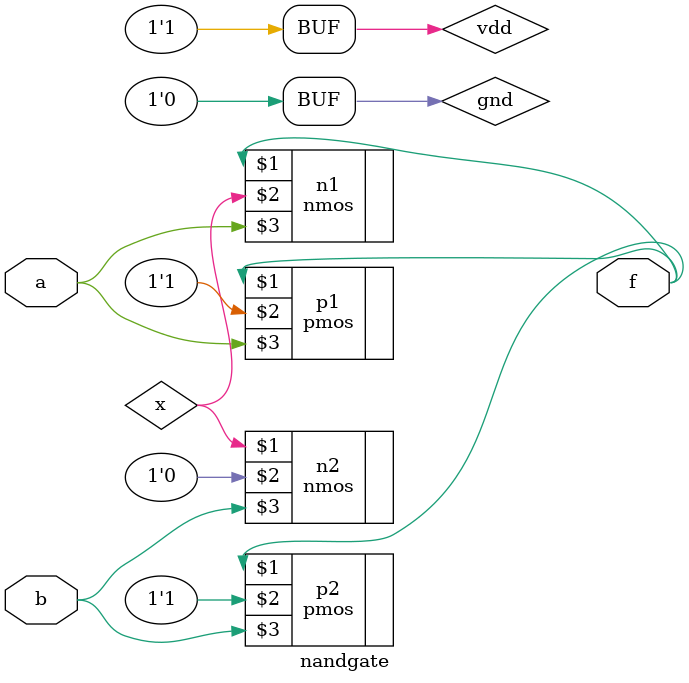
<source format=v>
module nandgate (a,b,f);
    input a,b;
    output f;
    wire x;
    supply1 vdd;
    supply0 gnd;
    pmos p1(f,vdd,a);
    pmos p2(f,vdd,b);
    nmos n1(f,x,a);
    nmos n2(x,gnd,b);

endmodule
</source>
